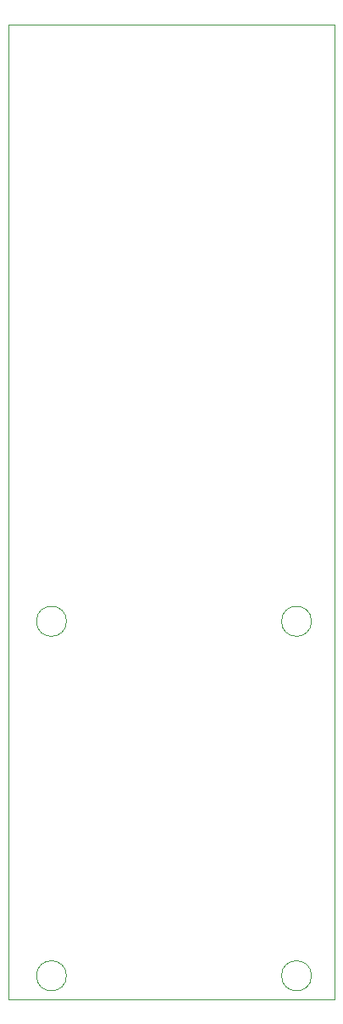
<source format=gbr>
%TF.GenerationSoftware,KiCad,Pcbnew,8.0.8*%
%TF.CreationDate,2025-07-07T15:36:10-04:00*%
%TF.ProjectId,V0.5.0,56302e35-2e30-42e6-9b69-6361645f7063,rev?*%
%TF.SameCoordinates,Original*%
%TF.FileFunction,Profile,NP*%
%FSLAX46Y46*%
G04 Gerber Fmt 4.6, Leading zero omitted, Abs format (unit mm)*
G04 Created by KiCad (PCBNEW 8.0.8) date 2025-07-07 15:36:10*
%MOMM*%
%LPD*%
G01*
G04 APERTURE LIST*
%TA.AperFunction,Profile*%
%ADD10C,0.050000*%
%TD*%
G04 APERTURE END LIST*
D10*
X97200000Y-124200000D02*
X129800000Y-124200000D01*
X103000000Y-86500000D02*
G75*
G02*
X100000000Y-86500000I-1500000J0D01*
G01*
X100000000Y-86500000D02*
G75*
G02*
X103000000Y-86500000I1500000J0D01*
G01*
X103000000Y-121850000D02*
G75*
G02*
X100000000Y-121850000I-1500000J0D01*
G01*
X100000000Y-121850000D02*
G75*
G02*
X103000000Y-121850000I1500000J0D01*
G01*
X127500000Y-121850000D02*
G75*
G02*
X124500000Y-121850000I-1500000J0D01*
G01*
X124500000Y-121850000D02*
G75*
G02*
X127500000Y-121850000I1500000J0D01*
G01*
X97200000Y-29800000D02*
X97200000Y-124200000D01*
X129800000Y-29800000D02*
X129800000Y-124200000D01*
X127500000Y-86500000D02*
G75*
G02*
X124500000Y-86500000I-1500000J0D01*
G01*
X124500000Y-86500000D02*
G75*
G02*
X127500000Y-86500000I1500000J0D01*
G01*
X97200000Y-27000000D02*
X97200000Y-29800000D01*
X129800000Y-27000000D02*
X97200000Y-27000000D01*
X129800000Y-29800000D02*
X129800000Y-27000000D01*
M02*

</source>
